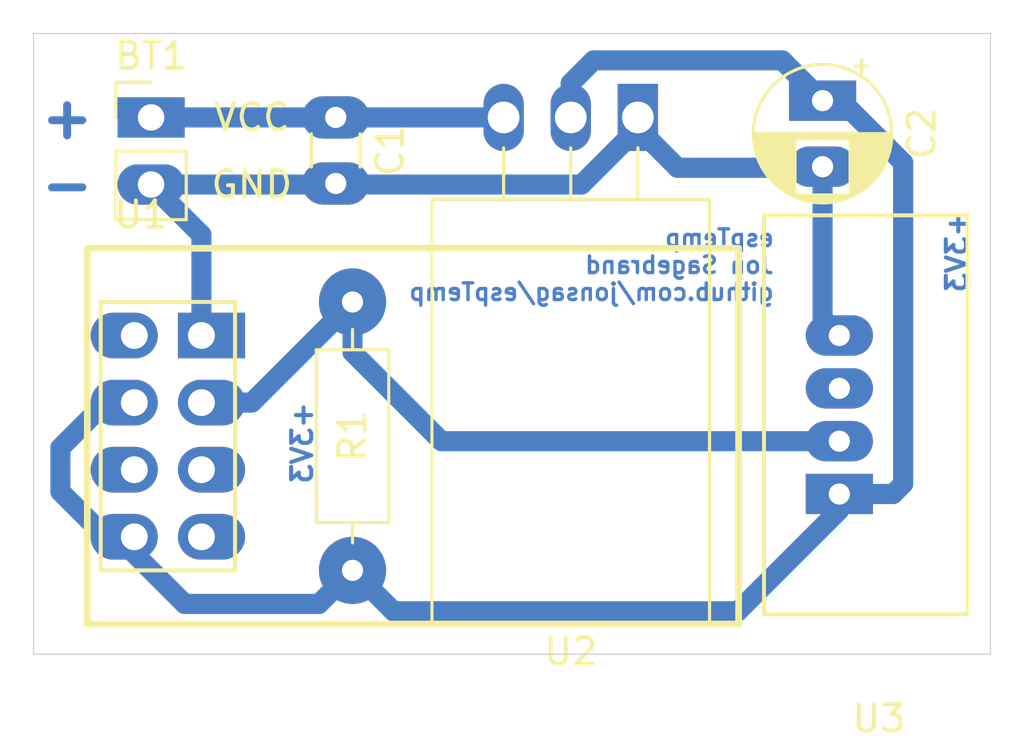
<source format=kicad_pcb>
(kicad_pcb (version 20171130) (host pcbnew 5.1.12-84ad8e8a86~92~ubuntu20.04.1)

  (general
    (thickness 1.6)
    (drawings 9)
    (tracks 37)
    (zones 0)
    (modules 7)
    (nets 10)
  )

  (page A4)
  (layers
    (0 F.Cu signal)
    (31 B.Cu signal)
    (32 B.Adhes user)
    (33 F.Adhes user)
    (34 B.Paste user)
    (35 F.Paste user)
    (36 B.SilkS user)
    (37 F.SilkS user)
    (38 B.Mask user)
    (39 F.Mask user)
    (40 Dwgs.User user)
    (41 Cmts.User user)
    (42 Eco1.User user)
    (43 Eco2.User user)
    (44 Edge.Cuts user)
    (45 Margin user)
    (46 B.CrtYd user)
    (47 F.CrtYd user)
    (48 B.Fab user)
    (49 F.Fab user)
  )

  (setup
    (last_trace_width 0.762)
    (trace_clearance 0.762)
    (zone_clearance 0.508)
    (zone_45_only no)
    (trace_min 0.2)
    (via_size 1.524)
    (via_drill 0.4)
    (via_min_size 0.4)
    (via_min_drill 0.3)
    (uvia_size 1.524)
    (uvia_drill 0.1)
    (uvias_allowed no)
    (uvia_min_size 0.2)
    (uvia_min_drill 0.1)
    (edge_width 0.05)
    (segment_width 0.2)
    (pcb_text_width 0.3)
    (pcb_text_size 1.5 1.5)
    (mod_edge_width 0.12)
    (mod_text_size 1 1)
    (mod_text_width 0.15)
    (pad_size 1.524 1.524)
    (pad_drill 0.762)
    (pad_to_mask_clearance 0)
    (aux_axis_origin 0 0)
    (visible_elements FFFFFF7F)
    (pcbplotparams
      (layerselection 0x010fc_ffffffff)
      (usegerberextensions false)
      (usegerberattributes true)
      (usegerberadvancedattributes true)
      (creategerberjobfile true)
      (excludeedgelayer true)
      (linewidth 0.100000)
      (plotframeref false)
      (viasonmask false)
      (mode 1)
      (useauxorigin false)
      (hpglpennumber 1)
      (hpglpenspeed 20)
      (hpglpendiameter 15.000000)
      (psnegative false)
      (psa4output false)
      (plotreference true)
      (plotvalue true)
      (plotinvisibletext false)
      (padsonsilk false)
      (subtractmaskfromsilk false)
      (outputformat 1)
      (mirror false)
      (drillshape 1)
      (scaleselection 1)
      (outputdirectory ""))
  )

  (net 0 "")
  (net 1 GND)
  (net 2 "Net-(BT1-Pad1)")
  (net 3 +3V3)
  (net 4 "Net-(U1-Pad7)")
  (net 5 "Net-(U1-Pad5)")
  (net 6 "Net-(U1-Pad6)")
  (net 7 "Net-(U3-Pad3)")
  (net 8 GPIO2)
  (net 9 "Net-(U1-Pad2)")

  (net_class Default "This is the default net class."
    (clearance 0.762)
    (trace_width 0.762)
    (via_dia 1.524)
    (via_drill 0.4)
    (uvia_dia 1.524)
    (uvia_drill 0.1)
    (add_net +3V3)
    (add_net GND)
    (add_net GPIO2)
    (add_net "Net-(BT1-Pad1)")
    (add_net "Net-(U1-Pad2)")
    (add_net "Net-(U1-Pad5)")
    (add_net "Net-(U1-Pad6)")
    (add_net "Net-(U1-Pad7)")
    (add_net "Net-(U3-Pad3)")
  )

  (module My_Parts:DHT22,RHT03,CM2303_2mm_large (layer F.Cu) (tedit 61BA69C7) (tstamp 61B94EC9)
    (at 164.465 91.09 180)
    (descr "Temperature and humidity module, http://akizukidenshi.com/download/ds/aosong/DHT11.pdf")
    (tags "Temperature and humidity module")
    (path /61B915F0)
    (fp_text reference U3 (at -1.5 -8.5) (layer F.SilkS)
      (effects (font (size 1 1) (thickness 0.15)))
    )
    (fp_text value DHT22,CM2303 (at 1.5 9) (layer F.Fab) hide
      (effects (font (size 1 1) (thickness 0.15)))
    )
    (fp_text user %R (at 1 -0.27) (layer F.Fab)
      (effects (font (size 1 1) (thickness 0.15)))
    )
    (fp_line (start -4.85 10.55) (end -4.85 -4.55) (layer F.SilkS) (width 0.15))
    (fp_line (start 2.85 10.55) (end -4.85 10.55) (layer F.SilkS) (width 0.15))
    (fp_line (start 2.85 -4.55) (end 2.85 10.55) (layer F.SilkS) (width 0.15))
    (fp_line (start -4.85 -4.55) (end 2.85 -4.55) (layer F.SilkS) (width 0.15))
    (pad 3 thru_hole oval (at 0 4 180) (size 2.54 1.524) (drill 0.8) (layers *.Cu *.Mask)
      (net 7 "Net-(U3-Pad3)"))
    (pad 2 thru_hole oval (at 0 2 180) (size 2.54 1.524) (drill 0.8) (layers *.Cu *.Mask)
      (net 8 GPIO2))
    (pad 4 thru_hole oval (at 0 6 180) (size 2.54 1.524) (drill 0.8) (layers *.Cu *.Mask)
      (net 1 GND))
    (pad 1 thru_hole rect (at 0 0 180) (size 2.54 1.524) (drill 0.8) (layers *.Cu *.Mask)
      (net 3 +3V3))
    (model ${KISYS3DMOD}/Sensor.3dshapes/Aosong_DHT11_5.5x12.0_P2.54mm.wrl
      (at (xyz 0 0 0))
      (scale (xyz 1 1 1))
      (rotate (xyz 0 0 0))
    )
  )

  (module My_Misc:TO-220F-3_Horizontal_TabDown_large (layer F.Cu) (tedit 61BA6A24) (tstamp 61A79591)
    (at 156.845 76.835 180)
    (descr "TO-220F-3, Horizontal, RM 2.54mm, see http://www.st.com/resource/en/datasheet/stp20nm60.pdf")
    (tags "TO-220F-3 Horizontal RM 2.54mm")
    (path /61A79A2B)
    (fp_text reference U2 (at 2.54 -20.22) (layer F.SilkS)
      (effects (font (size 1 1) (thickness 0.15)))
    )
    (fp_text value LD1117S33TR_SOT223 (at 2.54 2) (layer F.Fab) hide
      (effects (font (size 1 1) (thickness 0.15)))
    )
    (fp_text user %R (at 2.54 -20.22) (layer F.Fab)
      (effects (font (size 1 1) (thickness 0.15)))
    )
    (fp_circle (center 2.54 -15.8) (end 4.39 -15.8) (layer F.Fab) (width 0.1))
    (fp_line (start -2.59 -12.42) (end -2.59 -19.1) (layer F.Fab) (width 0.1))
    (fp_line (start -2.59 -19.1) (end 7.67 -19.1) (layer F.Fab) (width 0.1))
    (fp_line (start 7.67 -19.1) (end 7.67 -12.42) (layer F.Fab) (width 0.1))
    (fp_line (start 7.67 -12.42) (end -2.59 -12.42) (layer F.Fab) (width 0.1))
    (fp_line (start -2.59 -3.23) (end -2.59 -12.42) (layer F.Fab) (width 0.1))
    (fp_line (start -2.59 -12.42) (end 7.67 -12.42) (layer F.Fab) (width 0.1))
    (fp_line (start 7.67 -12.42) (end 7.67 -3.23) (layer F.Fab) (width 0.1))
    (fp_line (start 7.67 -3.23) (end -2.59 -3.23) (layer F.Fab) (width 0.1))
    (fp_line (start 0 -3.23) (end 0 0) (layer F.Fab) (width 0.1))
    (fp_line (start 2.54 -3.23) (end 2.54 0) (layer F.Fab) (width 0.1))
    (fp_line (start 5.08 -3.23) (end 5.08 0) (layer F.Fab) (width 0.1))
    (fp_line (start -2.71 -3.11) (end 7.79 -3.11) (layer F.SilkS) (width 0.12))
    (fp_line (start -2.71 -19.22) (end 7.79 -19.22) (layer F.SilkS) (width 0.12))
    (fp_line (start -2.71 -19.22) (end -2.71 -3.11) (layer F.SilkS) (width 0.12))
    (fp_line (start 7.79 -19.22) (end 7.79 -3.11) (layer F.SilkS) (width 0.12))
    (fp_line (start 0 -3.11) (end 0 -1.15) (layer F.SilkS) (width 0.12))
    (fp_line (start 2.54 -3.11) (end 2.54 -1.15) (layer F.SilkS) (width 0.12))
    (fp_line (start 5.08 -3.11) (end 5.08 -1.15) (layer F.SilkS) (width 0.12))
    (fp_line (start -2.84 -19.35) (end -2.84 1.25) (layer F.CrtYd) (width 0.05))
    (fp_line (start -2.84 1.25) (end 7.92 1.25) (layer F.CrtYd) (width 0.05))
    (fp_line (start 7.92 1.25) (end 7.92 -19.35) (layer F.CrtYd) (width 0.05))
    (fp_line (start 7.92 -19.35) (end -2.84 -19.35) (layer F.CrtYd) (width 0.05))
    (pad 3 thru_hole oval (at 5.08 0 180) (size 1.524 2.54) (drill 1.2) (layers *.Cu *.Mask)
      (net 2 "Net-(BT1-Pad1)"))
    (pad 2 thru_hole oval (at 2.54 0 180) (size 1.524 2.54) (drill 1.2) (layers *.Cu *.Mask)
      (net 3 +3V3))
    (pad 1 thru_hole rect (at 0 0 180) (size 1.524 2.54) (drill 1.2) (layers *.Cu *.Mask)
      (net 1 GND))
    (pad "" np_thru_hole oval (at 2.54 -15.8 180) (size 3.5 3.5) (drill 3.5) (layers *.Cu *.Mask))
    (model ${KISYS3DMOD}/Package_TO_SOT_THT.3dshapes/TO-220F-3_Horizontal_TabDown.wrl
      (at (xyz 0 0 0))
      (scale (xyz 1 1 1))
      (rotate (xyz 0 0 0))
    )
  )

  (module My_Arduino:ESP-01_large (layer F.Cu) (tedit 61538F30) (tstamp 61A79574)
    (at 137.795 85.09)
    (descr "Module, ESP-8266, ESP-01, 8 pin")
    (tags "Module ESP-8266 ESP8266")
    (path /61A66C7B)
    (fp_text reference U1 (at 0.254 -4.572) (layer F.SilkS)
      (effects (font (size 1 1) (thickness 0.15)))
    )
    (fp_text value ESP-01 (at 12.192 3.556) (layer F.Fab)
      (effects (font (size 1 1) (thickness 0.15)))
    )
    (fp_line (start 3.81 -1.27) (end 1.27 -1.27) (layer F.SilkS) (width 0.1524))
    (fp_line (start 3.81 8.89) (end 3.81 -1.27) (layer F.SilkS) (width 0.1524))
    (fp_line (start -1.27 8.89) (end 3.81 8.89) (layer F.SilkS) (width 0.1524))
    (fp_line (start -1.27 1.27) (end -1.27 8.89) (layer F.SilkS) (width 0.1524))
    (fp_line (start -1.75 9.4) (end 4.3 9.4) (layer F.CrtYd) (width 0.05))
    (fp_line (start -1.75 -1.75) (end 4.3 -1.75) (layer F.CrtYd) (width 0.05))
    (fp_line (start 4.3 -1.75) (end 4.3 9.4) (layer F.CrtYd) (width 0.05))
    (fp_line (start -1.75 -1.75) (end -1.75 9.4) (layer F.CrtYd) (width 0.05))
    (fp_line (start -1.27 -1.27) (end -1.27 1.27) (layer F.SilkS) (width 0.1524))
    (fp_line (start 1.27 -1.27) (end -1.27 -1.27) (layer F.SilkS) (width 0.1524))
    (fp_line (start -1.778 10.922) (end -1.778 -3.302) (layer F.Fab) (width 0.05))
    (fp_line (start 22.86 10.922) (end -1.778 10.922) (layer F.Fab) (width 0.05))
    (fp_line (start 22.86 -3.302) (end 22.86 10.922) (layer F.Fab) (width 0.05))
    (fp_line (start -1.778 -3.302) (end 22.86 -3.302) (layer F.Fab) (width 0.05))
    (fp_line (start -1.778 10.922) (end -1.778 -3.302) (layer F.SilkS) (width 0.254))
    (fp_line (start 22.86 10.922) (end -1.778 10.922) (layer F.SilkS) (width 0.254))
    (fp_line (start 22.86 -3.302) (end 22.86 10.922) (layer F.SilkS) (width 0.254))
    (fp_line (start -1.778 -3.302) (end 22.86 -3.302) (layer F.SilkS) (width 0.254))
    (pad 7 thru_hole oval (at 2.54 7.62) (size 2.54 1.7272) (drill 1.016 (offset 0.381 0)) (layers *.Cu *.Mask)
      (net 4 "Net-(U1-Pad7)"))
    (pad 8 thru_hole oval (at 0 7.62) (size 2.54 1.7272) (drill 1.016 (offset -0.381 0)) (layers *.Cu *.Mask)
      (net 3 +3V3))
    (pad 5 thru_hole oval (at 2.54 5.08) (size 2.54 1.7272) (drill 1.016 (offset 0.381 0)) (layers *.Cu *.Mask)
      (net 5 "Net-(U1-Pad5)"))
    (pad 6 thru_hole oval (at 0 5.08) (size 2.54 1.7272) (drill 1.016 (offset -0.381 0)) (layers *.Cu *.Mask)
      (net 6 "Net-(U1-Pad6)"))
    (pad 3 thru_hole oval (at 2.54 2.54) (size 2.54 1.7272) (drill 1.016 (offset 0.381 0)) (layers *.Cu *.Mask)
      (net 8 GPIO2))
    (pad 4 thru_hole oval (at 0 2.54) (size 2.54 1.7272) (drill 1.016 (offset -0.381 0)) (layers *.Cu *.Mask)
      (net 3 +3V3))
    (pad 1 thru_hole rect (at 2.54 0) (size 2.54 1.7272) (drill 1.016 (offset 0.381 0)) (layers *.Cu *.Mask)
      (net 1 GND))
    (pad 2 thru_hole oval (at 0 0) (size 2.54 1.7272) (drill 1.016 (offset -0.381 0)) (layers *.Cu *.Mask)
      (net 9 "Net-(U1-Pad2)"))
  )

  (module My_Misc:R_Axial_DIN0207_L6.3mm_D2.5mm_P10.16mm_Horizontal_larger_pads (layer F.Cu) (tedit 603ADAA0) (tstamp 61A79556)
    (at 146.05 93.98 90)
    (descr "Resistor, Axial_DIN0207 series, Axial, Horizontal, pin pitch=10.16mm, 0.25W = 1/4W, length*diameter=6.3*2.5mm^2, http://cdn-reichelt.de/documents/datenblatt/B400/1_4W%23YAG.pdf")
    (tags "Resistor Axial_DIN0207 series Axial Horizontal pin pitch 10.16mm 0.25W = 1/4W length 6.3mm diameter 2.5mm")
    (path /61A88CA5)
    (fp_text reference R1 (at 5.08 0 90) (layer F.SilkS)
      (effects (font (size 1 1) (thickness 0.15)))
    )
    (fp_text value 4.7k (at 5.08 2.37 90) (layer F.Fab) hide
      (effects (font (size 1 1) (thickness 0.15)))
    )
    (fp_text user %R (at 5.08 0 90) (layer F.Fab)
      (effects (font (size 1 1) (thickness 0.15)))
    )
    (fp_line (start 11.21 -1.5) (end -1.05 -1.5) (layer F.CrtYd) (width 0.05))
    (fp_line (start 11.21 1.5) (end 11.21 -1.5) (layer F.CrtYd) (width 0.05))
    (fp_line (start -1.05 1.5) (end 11.21 1.5) (layer F.CrtYd) (width 0.05))
    (fp_line (start -1.05 -1.5) (end -1.05 1.5) (layer F.CrtYd) (width 0.05))
    (fp_line (start 9.12 0) (end 8.35 0) (layer F.SilkS) (width 0.12))
    (fp_line (start 1.04 0) (end 1.81 0) (layer F.SilkS) (width 0.12))
    (fp_line (start 8.35 -1.37) (end 1.81 -1.37) (layer F.SilkS) (width 0.12))
    (fp_line (start 8.35 1.37) (end 8.35 -1.37) (layer F.SilkS) (width 0.12))
    (fp_line (start 1.81 1.37) (end 8.35 1.37) (layer F.SilkS) (width 0.12))
    (fp_line (start 1.81 -1.37) (end 1.81 1.37) (layer F.SilkS) (width 0.12))
    (fp_line (start 10.16 0) (end 8.23 0) (layer F.Fab) (width 0.1))
    (fp_line (start 0 0) (end 1.93 0) (layer F.Fab) (width 0.1))
    (fp_line (start 8.23 -1.25) (end 1.93 -1.25) (layer F.Fab) (width 0.1))
    (fp_line (start 8.23 1.25) (end 8.23 -1.25) (layer F.Fab) (width 0.1))
    (fp_line (start 1.93 1.25) (end 8.23 1.25) (layer F.Fab) (width 0.1))
    (fp_line (start 1.93 -1.25) (end 1.93 1.25) (layer F.Fab) (width 0.1))
    (pad 2 thru_hole circle (at 10.16 0 90) (size 2.54 2.54) (drill 0.8) (layers *.Cu *.Mask)
      (net 8 GPIO2))
    (pad 1 thru_hole circle (at 0 0 90) (size 2.54 2.54) (drill 0.8) (layers *.Cu *.Mask)
      (net 3 +3V3))
    (model ${KISYS3DMOD}/Resistor_THT.3dshapes/R_Axial_DIN0207_L6.3mm_D2.5mm_P10.16mm_Horizontal.wrl
      (at (xyz 0 0 0))
      (scale (xyz 1 1 1))
      (rotate (xyz 0 0 0))
    )
  )

  (module My_Misc:CP_Radial_D5.0mm_P2.50mm_larger_pads (layer F.Cu) (tedit 6021A384) (tstamp 61A7953F)
    (at 163.83 76.2 270)
    (descr "CP, Radial series, Radial, pin pitch=2.50mm, , diameter=5mm, Electrolytic Capacitor")
    (tags "CP Radial series Radial pin pitch 2.50mm  diameter 5mm Electrolytic Capacitor")
    (path /61A7AF7D)
    (fp_text reference C2 (at 1.25 -3.75 90) (layer F.SilkS)
      (effects (font (size 1 1) (thickness 0.15)))
    )
    (fp_text value 10u (at 1.25 3.75 90) (layer F.Fab) hide
      (effects (font (size 1 1) (thickness 0.15)))
    )
    (fp_text user %R (at 1.25 0 90) (layer F.Fab)
      (effects (font (size 1 1) (thickness 0.15)))
    )
    (fp_line (start -1.304775 -1.725) (end -1.304775 -1.225) (layer F.SilkS) (width 0.12))
    (fp_line (start -1.554775 -1.475) (end -1.054775 -1.475) (layer F.SilkS) (width 0.12))
    (fp_line (start 3.851 -0.284) (end 3.851 0.284) (layer F.SilkS) (width 0.12))
    (fp_line (start 3.811 -0.518) (end 3.811 0.518) (layer F.SilkS) (width 0.12))
    (fp_line (start 3.771 -0.677) (end 3.771 0.677) (layer F.SilkS) (width 0.12))
    (fp_line (start 3.731 -0.805) (end 3.731 0.805) (layer F.SilkS) (width 0.12))
    (fp_line (start 3.691 -0.915) (end 3.691 0.915) (layer F.SilkS) (width 0.12))
    (fp_line (start 3.651 -1.011) (end 3.651 1.011) (layer F.SilkS) (width 0.12))
    (fp_line (start 3.611 -1.098) (end 3.611 1.098) (layer F.SilkS) (width 0.12))
    (fp_line (start 3.571 -1.178) (end 3.571 1.178) (layer F.SilkS) (width 0.12))
    (fp_line (start 3.531 1.04) (end 3.531 1.251) (layer F.SilkS) (width 0.12))
    (fp_line (start 3.531 -1.251) (end 3.531 -1.04) (layer F.SilkS) (width 0.12))
    (fp_line (start 3.491 1.04) (end 3.491 1.319) (layer F.SilkS) (width 0.12))
    (fp_line (start 3.491 -1.319) (end 3.491 -1.04) (layer F.SilkS) (width 0.12))
    (fp_line (start 3.451 1.04) (end 3.451 1.383) (layer F.SilkS) (width 0.12))
    (fp_line (start 3.451 -1.383) (end 3.451 -1.04) (layer F.SilkS) (width 0.12))
    (fp_line (start 3.411 1.04) (end 3.411 1.443) (layer F.SilkS) (width 0.12))
    (fp_line (start 3.411 -1.443) (end 3.411 -1.04) (layer F.SilkS) (width 0.12))
    (fp_line (start 3.371 1.04) (end 3.371 1.5) (layer F.SilkS) (width 0.12))
    (fp_line (start 3.371 -1.5) (end 3.371 -1.04) (layer F.SilkS) (width 0.12))
    (fp_line (start 3.331 1.04) (end 3.331 1.554) (layer F.SilkS) (width 0.12))
    (fp_line (start 3.331 -1.554) (end 3.331 -1.04) (layer F.SilkS) (width 0.12))
    (fp_line (start 3.291 1.04) (end 3.291 1.605) (layer F.SilkS) (width 0.12))
    (fp_line (start 3.291 -1.605) (end 3.291 -1.04) (layer F.SilkS) (width 0.12))
    (fp_line (start 3.251 1.04) (end 3.251 1.653) (layer F.SilkS) (width 0.12))
    (fp_line (start 3.251 -1.653) (end 3.251 -1.04) (layer F.SilkS) (width 0.12))
    (fp_line (start 3.211 1.04) (end 3.211 1.699) (layer F.SilkS) (width 0.12))
    (fp_line (start 3.211 -1.699) (end 3.211 -1.04) (layer F.SilkS) (width 0.12))
    (fp_line (start 3.171 1.04) (end 3.171 1.743) (layer F.SilkS) (width 0.12))
    (fp_line (start 3.171 -1.743) (end 3.171 -1.04) (layer F.SilkS) (width 0.12))
    (fp_line (start 3.131 1.04) (end 3.131 1.785) (layer F.SilkS) (width 0.12))
    (fp_line (start 3.131 -1.785) (end 3.131 -1.04) (layer F.SilkS) (width 0.12))
    (fp_line (start 3.091 1.04) (end 3.091 1.826) (layer F.SilkS) (width 0.12))
    (fp_line (start 3.091 -1.826) (end 3.091 -1.04) (layer F.SilkS) (width 0.12))
    (fp_line (start 3.051 1.04) (end 3.051 1.864) (layer F.SilkS) (width 0.12))
    (fp_line (start 3.051 -1.864) (end 3.051 -1.04) (layer F.SilkS) (width 0.12))
    (fp_line (start 3.011 1.04) (end 3.011 1.901) (layer F.SilkS) (width 0.12))
    (fp_line (start 3.011 -1.901) (end 3.011 -1.04) (layer F.SilkS) (width 0.12))
    (fp_line (start 2.971 1.04) (end 2.971 1.937) (layer F.SilkS) (width 0.12))
    (fp_line (start 2.971 -1.937) (end 2.971 -1.04) (layer F.SilkS) (width 0.12))
    (fp_line (start 2.931 1.04) (end 2.931 1.971) (layer F.SilkS) (width 0.12))
    (fp_line (start 2.931 -1.971) (end 2.931 -1.04) (layer F.SilkS) (width 0.12))
    (fp_line (start 2.891 1.04) (end 2.891 2.004) (layer F.SilkS) (width 0.12))
    (fp_line (start 2.891 -2.004) (end 2.891 -1.04) (layer F.SilkS) (width 0.12))
    (fp_line (start 2.851 1.04) (end 2.851 2.035) (layer F.SilkS) (width 0.12))
    (fp_line (start 2.851 -2.035) (end 2.851 -1.04) (layer F.SilkS) (width 0.12))
    (fp_line (start 2.811 1.04) (end 2.811 2.065) (layer F.SilkS) (width 0.12))
    (fp_line (start 2.811 -2.065) (end 2.811 -1.04) (layer F.SilkS) (width 0.12))
    (fp_line (start 2.771 1.04) (end 2.771 2.095) (layer F.SilkS) (width 0.12))
    (fp_line (start 2.771 -2.095) (end 2.771 -1.04) (layer F.SilkS) (width 0.12))
    (fp_line (start 2.731 1.04) (end 2.731 2.122) (layer F.SilkS) (width 0.12))
    (fp_line (start 2.731 -2.122) (end 2.731 -1.04) (layer F.SilkS) (width 0.12))
    (fp_line (start 2.691 1.04) (end 2.691 2.149) (layer F.SilkS) (width 0.12))
    (fp_line (start 2.691 -2.149) (end 2.691 -1.04) (layer F.SilkS) (width 0.12))
    (fp_line (start 2.651 1.04) (end 2.651 2.175) (layer F.SilkS) (width 0.12))
    (fp_line (start 2.651 -2.175) (end 2.651 -1.04) (layer F.SilkS) (width 0.12))
    (fp_line (start 2.611 1.04) (end 2.611 2.2) (layer F.SilkS) (width 0.12))
    (fp_line (start 2.611 -2.2) (end 2.611 -1.04) (layer F.SilkS) (width 0.12))
    (fp_line (start 2.571 1.04) (end 2.571 2.224) (layer F.SilkS) (width 0.12))
    (fp_line (start 2.571 -2.224) (end 2.571 -1.04) (layer F.SilkS) (width 0.12))
    (fp_line (start 2.531 1.04) (end 2.531 2.247) (layer F.SilkS) (width 0.12))
    (fp_line (start 2.531 -2.247) (end 2.531 -1.04) (layer F.SilkS) (width 0.12))
    (fp_line (start 2.491 1.04) (end 2.491 2.268) (layer F.SilkS) (width 0.12))
    (fp_line (start 2.491 -2.268) (end 2.491 -1.04) (layer F.SilkS) (width 0.12))
    (fp_line (start 2.451 1.04) (end 2.451 2.29) (layer F.SilkS) (width 0.12))
    (fp_line (start 2.451 -2.29) (end 2.451 -1.04) (layer F.SilkS) (width 0.12))
    (fp_line (start 2.411 1.04) (end 2.411 2.31) (layer F.SilkS) (width 0.12))
    (fp_line (start 2.411 -2.31) (end 2.411 -1.04) (layer F.SilkS) (width 0.12))
    (fp_line (start 2.371 1.04) (end 2.371 2.329) (layer F.SilkS) (width 0.12))
    (fp_line (start 2.371 -2.329) (end 2.371 -1.04) (layer F.SilkS) (width 0.12))
    (fp_line (start 2.331 1.04) (end 2.331 2.348) (layer F.SilkS) (width 0.12))
    (fp_line (start 2.331 -2.348) (end 2.331 -1.04) (layer F.SilkS) (width 0.12))
    (fp_line (start 2.291 1.04) (end 2.291 2.365) (layer F.SilkS) (width 0.12))
    (fp_line (start 2.291 -2.365) (end 2.291 -1.04) (layer F.SilkS) (width 0.12))
    (fp_line (start 2.251 1.04) (end 2.251 2.382) (layer F.SilkS) (width 0.12))
    (fp_line (start 2.251 -2.382) (end 2.251 -1.04) (layer F.SilkS) (width 0.12))
    (fp_line (start 2.211 1.04) (end 2.211 2.398) (layer F.SilkS) (width 0.12))
    (fp_line (start 2.211 -2.398) (end 2.211 -1.04) (layer F.SilkS) (width 0.12))
    (fp_line (start 2.171 1.04) (end 2.171 2.414) (layer F.SilkS) (width 0.12))
    (fp_line (start 2.171 -2.414) (end 2.171 -1.04) (layer F.SilkS) (width 0.12))
    (fp_line (start 2.131 1.04) (end 2.131 2.428) (layer F.SilkS) (width 0.12))
    (fp_line (start 2.131 -2.428) (end 2.131 -1.04) (layer F.SilkS) (width 0.12))
    (fp_line (start 2.091 1.04) (end 2.091 2.442) (layer F.SilkS) (width 0.12))
    (fp_line (start 2.091 -2.442) (end 2.091 -1.04) (layer F.SilkS) (width 0.12))
    (fp_line (start 2.051 1.04) (end 2.051 2.455) (layer F.SilkS) (width 0.12))
    (fp_line (start 2.051 -2.455) (end 2.051 -1.04) (layer F.SilkS) (width 0.12))
    (fp_line (start 2.011 1.04) (end 2.011 2.468) (layer F.SilkS) (width 0.12))
    (fp_line (start 2.011 -2.468) (end 2.011 -1.04) (layer F.SilkS) (width 0.12))
    (fp_line (start 1.971 1.04) (end 1.971 2.48) (layer F.SilkS) (width 0.12))
    (fp_line (start 1.971 -2.48) (end 1.971 -1.04) (layer F.SilkS) (width 0.12))
    (fp_line (start 1.93 1.04) (end 1.93 2.491) (layer F.SilkS) (width 0.12))
    (fp_line (start 1.93 -2.491) (end 1.93 -1.04) (layer F.SilkS) (width 0.12))
    (fp_line (start 1.89 1.04) (end 1.89 2.501) (layer F.SilkS) (width 0.12))
    (fp_line (start 1.89 -2.501) (end 1.89 -1.04) (layer F.SilkS) (width 0.12))
    (fp_line (start 1.85 1.04) (end 1.85 2.511) (layer F.SilkS) (width 0.12))
    (fp_line (start 1.85 -2.511) (end 1.85 -1.04) (layer F.SilkS) (width 0.12))
    (fp_line (start 1.81 1.04) (end 1.81 2.52) (layer F.SilkS) (width 0.12))
    (fp_line (start 1.81 -2.52) (end 1.81 -1.04) (layer F.SilkS) (width 0.12))
    (fp_line (start 1.77 1.04) (end 1.77 2.528) (layer F.SilkS) (width 0.12))
    (fp_line (start 1.77 -2.528) (end 1.77 -1.04) (layer F.SilkS) (width 0.12))
    (fp_line (start 1.73 1.04) (end 1.73 2.536) (layer F.SilkS) (width 0.12))
    (fp_line (start 1.73 -2.536) (end 1.73 -1.04) (layer F.SilkS) (width 0.12))
    (fp_line (start 1.69 1.04) (end 1.69 2.543) (layer F.SilkS) (width 0.12))
    (fp_line (start 1.69 -2.543) (end 1.69 -1.04) (layer F.SilkS) (width 0.12))
    (fp_line (start 1.65 1.04) (end 1.65 2.55) (layer F.SilkS) (width 0.12))
    (fp_line (start 1.65 -2.55) (end 1.65 -1.04) (layer F.SilkS) (width 0.12))
    (fp_line (start 1.61 1.04) (end 1.61 2.556) (layer F.SilkS) (width 0.12))
    (fp_line (start 1.61 -2.556) (end 1.61 -1.04) (layer F.SilkS) (width 0.12))
    (fp_line (start 1.57 1.04) (end 1.57 2.561) (layer F.SilkS) (width 0.12))
    (fp_line (start 1.57 -2.561) (end 1.57 -1.04) (layer F.SilkS) (width 0.12))
    (fp_line (start 1.53 1.04) (end 1.53 2.565) (layer F.SilkS) (width 0.12))
    (fp_line (start 1.53 -2.565) (end 1.53 -1.04) (layer F.SilkS) (width 0.12))
    (fp_line (start 1.49 1.04) (end 1.49 2.569) (layer F.SilkS) (width 0.12))
    (fp_line (start 1.49 -2.569) (end 1.49 -1.04) (layer F.SilkS) (width 0.12))
    (fp_line (start 1.45 -2.573) (end 1.45 2.573) (layer F.SilkS) (width 0.12))
    (fp_line (start 1.41 -2.576) (end 1.41 2.576) (layer F.SilkS) (width 0.12))
    (fp_line (start 1.37 -2.578) (end 1.37 2.578) (layer F.SilkS) (width 0.12))
    (fp_line (start 1.33 -2.579) (end 1.33 2.579) (layer F.SilkS) (width 0.12))
    (fp_line (start 1.29 -2.58) (end 1.29 2.58) (layer F.SilkS) (width 0.12))
    (fp_line (start 1.25 -2.58) (end 1.25 2.58) (layer F.SilkS) (width 0.12))
    (fp_line (start -0.633605 -1.3375) (end -0.633605 -0.8375) (layer F.Fab) (width 0.1))
    (fp_line (start -0.883605 -1.0875) (end -0.383605 -1.0875) (layer F.Fab) (width 0.1))
    (fp_circle (center 1.25 0) (end 4 0) (layer F.CrtYd) (width 0.05))
    (fp_circle (center 1.25 0) (end 3.87 0) (layer F.SilkS) (width 0.12))
    (fp_circle (center 1.25 0) (end 3.75 0) (layer F.Fab) (width 0.1))
    (pad 2 thru_hole oval (at 2.5 0 270) (size 1.524 2.54) (drill 0.8) (layers *.Cu *.Mask)
      (net 1 GND))
    (pad 1 thru_hole rect (at 0 0 270) (size 1.524 2.54) (drill 0.8) (layers *.Cu *.Mask)
      (net 3 +3V3))
    (model ${KISYS3DMOD}/Capacitor_THT.3dshapes/CP_Radial_D5.0mm_P2.50mm.wrl
      (at (xyz 0 0 0))
      (scale (xyz 1 1 1))
      (rotate (xyz 0 0 0))
    )
  )

  (module My_Misc:C_Disc_D3.0mm_W1.6mm_P2.50mm_larg (layer F.Cu) (tedit 6022DF2D) (tstamp 61A794BB)
    (at 145.415 76.835 270)
    (descr "C, Disc series, Radial, pin pitch=2.50mm, , diameter*width=3.0*1.6mm^2, Capacitor, http://www.vishay.com/docs/45233/krseries.pdf")
    (tags "C Disc series Radial pin pitch 2.50mm  diameter 3.0mm width 1.6mm Capacitor")
    (path /61A7A731)
    (fp_text reference C1 (at 1.25 -2.05 90) (layer F.SilkS)
      (effects (font (size 1 1) (thickness 0.15)))
    )
    (fp_text value 100n (at 1.25 2.05 90) (layer F.Fab)
      (effects (font (size 1 1) (thickness 0.15)))
    )
    (fp_text user %R (at 1.25 0 90) (layer F.Fab)
      (effects (font (size 0.6 0.6) (thickness 0.09)))
    )
    (fp_line (start 3.55 -1.05) (end -1.05 -1.05) (layer F.CrtYd) (width 0.05))
    (fp_line (start 3.55 1.05) (end 3.55 -1.05) (layer F.CrtYd) (width 0.05))
    (fp_line (start -1.05 1.05) (end 3.55 1.05) (layer F.CrtYd) (width 0.05))
    (fp_line (start -1.05 -1.05) (end -1.05 1.05) (layer F.CrtYd) (width 0.05))
    (fp_line (start 0.621 0.92) (end 1.879 0.92) (layer F.SilkS) (width 0.12))
    (fp_line (start 0.621 -0.92) (end 1.879 -0.92) (layer F.SilkS) (width 0.12))
    (fp_line (start 2.75 -0.8) (end -0.25 -0.8) (layer F.Fab) (width 0.1))
    (fp_line (start 2.75 0.8) (end 2.75 -0.8) (layer F.Fab) (width 0.1))
    (fp_line (start -0.25 0.8) (end 2.75 0.8) (layer F.Fab) (width 0.1))
    (fp_line (start -0.25 -0.8) (end -0.25 0.8) (layer F.Fab) (width 0.1))
    (pad 2 thru_hole oval (at 2.5 0 270) (size 1.6 2.54) (drill 0.8) (layers *.Cu *.Mask)
      (net 1 GND))
    (pad 1 thru_hole oval (at 0 0 270) (size 1.6 2.54) (drill 0.8) (layers *.Cu *.Mask)
      (net 2 "Net-(BT1-Pad1)"))
    (model ${KISYS3DMOD}/Capacitor_THT.3dshapes/C_Disc_D3.0mm_W1.6mm_P2.50mm.wrl
      (at (xyz 0 0 0))
      (scale (xyz 1 1 1))
      (rotate (xyz 0 0 0))
    )
  )

  (module My_Headers:2-pin_power_input_header_larger_pads (layer F.Cu) (tedit 60218BFB) (tstamp 61A794AA)
    (at 138.43 76.835)
    (descr "Through hole straight pin header, 1x02, 2.54mm pitch, single row")
    (tags "Through hole pin header THT 1x02 2.54mm single row")
    (path /61A67CA8)
    (fp_text reference BT1 (at 0 -2.33) (layer F.SilkS)
      (effects (font (size 1 1) (thickness 0.15)))
    )
    (fp_text value 3.6V (at 0 4.87) (layer F.Fab) hide
      (effects (font (size 1 1) (thickness 0.15)))
    )
    (fp_text user GND (at 3.81 2.54) (layer F.SilkS)
      (effects (font (size 1 1) (thickness 0.15)))
    )
    (fp_text user VCC (at 3.81 0) (layer F.SilkS)
      (effects (font (size 1 1) (thickness 0.15)))
    )
    (fp_line (start 1.8 -1.8) (end -1.8 -1.8) (layer F.CrtYd) (width 0.05))
    (fp_line (start 1.8 4.35) (end 1.8 -1.8) (layer F.CrtYd) (width 0.05))
    (fp_line (start -1.8 4.35) (end 1.8 4.35) (layer F.CrtYd) (width 0.05))
    (fp_line (start -1.8 -1.8) (end -1.8 4.35) (layer F.CrtYd) (width 0.05))
    (fp_line (start -1.33 -1.33) (end 0 -1.33) (layer F.SilkS) (width 0.12))
    (fp_line (start -1.33 0) (end -1.33 -1.33) (layer F.SilkS) (width 0.12))
    (fp_line (start -1.33 1.27) (end 1.33 1.27) (layer F.SilkS) (width 0.12))
    (fp_line (start 1.33 1.27) (end 1.33 3.87) (layer F.SilkS) (width 0.12))
    (fp_line (start -1.33 1.27) (end -1.33 3.87) (layer F.SilkS) (width 0.12))
    (fp_line (start -1.33 3.87) (end 1.33 3.87) (layer F.SilkS) (width 0.12))
    (fp_line (start -1.27 -0.635) (end -0.635 -1.27) (layer F.Fab) (width 0.1))
    (fp_line (start -1.27 3.81) (end -1.27 -0.635) (layer F.Fab) (width 0.1))
    (fp_line (start 1.27 3.81) (end -1.27 3.81) (layer F.Fab) (width 0.1))
    (fp_line (start 1.27 -1.27) (end 1.27 3.81) (layer F.Fab) (width 0.1))
    (fp_line (start -0.635 -1.27) (end 1.27 -1.27) (layer F.Fab) (width 0.1))
    (pad 2 thru_hole oval (at 0 2.54) (size 2.54 1.524) (drill 1) (layers *.Cu *.Mask)
      (net 1 GND))
    (pad 1 thru_hole rect (at 0 0) (size 2.54 1.524) (drill 1) (layers *.Cu *.Mask)
      (net 2 "Net-(BT1-Pad1)"))
    (model ${KISYS3DMOD}/Connector_PinHeader_2.54mm.3dshapes/PinHeader_1x02_P2.54mm_Vertical.wrl
      (at (xyz 0 0 0))
      (scale (xyz 1 1 1))
      (rotate (xyz 0 0 0))
    )
  )

  (gr_line (start 170.18 97.155) (end 170.18 73.66) (layer Edge.Cuts) (width 0.05) (tstamp 61B90312))
  (gr_line (start 133.985 97.155) (end 170.18 97.155) (layer Edge.Cuts) (width 0.05))
  (gr_line (start 133.985 73.66) (end 133.985 97.155) (layer Edge.Cuts) (width 0.05))
  (gr_line (start 170.18 73.66) (end 133.985 73.66) (layer Edge.Cuts) (width 0.05))
  (gr_text "espTemp\nJon Sagebrand\ngithub.com/jonsag/espTemp" (at 162.052 82.423) (layer B.Cu)
    (effects (font (size 0.635 0.635) (thickness 0.127)) (justify left mirror))
  )
  (gr_text - (at 135.255 79.375) (layer B.Cu)
    (effects (font (size 1.5 1.5) (thickness 0.3)) (justify mirror))
  )
  (gr_text + (at 135.255 76.835) (layer B.Cu)
    (effects (font (size 1.5 1.5) (thickness 0.3)) (justify mirror))
  )
  (gr_text +3V3 (at 144.145 89.154 90) (layer B.Cu) (tstamp 61A92832)
    (effects (font (size 0.762 0.762) (thickness 0.1524)) (justify mirror))
  )
  (gr_text +3V3 (at 168.91 81.915 90) (layer B.Cu)
    (effects (font (size 0.762 0.762) (thickness 0.1524)) (justify mirror))
  )

  (segment (start 138.43 79.375) (end 145.415 79.375) (width 0.762) (layer B.Cu) (net 1))
  (segment (start 154.71309 79.375) (end 156.845 77.24309) (width 0.762) (layer B.Cu) (net 1))
  (segment (start 145.415 79.375) (end 154.71309 79.375) (width 0.762) (layer B.Cu) (net 1))
  (segment (start 156.845 77.24309) (end 158.34191 78.74) (width 0.762) (layer B.Cu) (net 1))
  (segment (start 158.34191 78.74) (end 163.83 78.74) (width 0.762) (layer B.Cu) (net 1))
  (segment (start 163.83 78.74) (end 163.83 84.455) (width 0.762) (layer B.Cu) (net 1))
  (segment (start 163.83 84.455) (end 164.465 85.09) (width 0.762) (layer B.Cu) (net 1))
  (segment (start 140.335 85.09) (end 140.335 81.28) (width 0.762) (layer B.Cu) (net 1))
  (segment (start 140.335 81.28) (end 138.43 79.375) (width 0.762) (layer B.Cu) (net 1))
  (segment (start 138.43 76.835) (end 145.415 76.835) (width 0.762) (layer B.Cu) (net 2))
  (segment (start 145.415 76.835) (end 151.765 76.835) (width 0.762) (layer B.Cu) (net 2))
  (segment (start 155.168599 74.675999) (end 154.305 75.539598) (width 0.762) (layer B.Cu) (net 3))
  (segment (start 162.305999 74.675999) (end 155.168599 74.675999) (width 0.762) (layer B.Cu) (net 3))
  (segment (start 163.83 76.2) (end 162.305999 74.675999) (width 0.762) (layer B.Cu) (net 3))
  (segment (start 154.305 75.539598) (end 154.305 76.835) (width 0.762) (layer B.Cu) (net 3))
  (segment (start 135.00099 89.338835) (end 136.709825 87.63) (width 0.762) (layer B.Cu) (net 3))
  (segment (start 135.00099 91.001165) (end 135.00099 89.338835) (width 0.762) (layer B.Cu) (net 3))
  (segment (start 136.709825 92.71) (end 135.00099 91.001165) (width 0.762) (layer B.Cu) (net 3))
  (segment (start 137.795 92.71) (end 136.709825 92.71) (width 0.762) (layer B.Cu) (net 3))
  (segment (start 136.709825 87.63) (end 137.16 87.63) (width 0.762) (layer B.Cu) (net 3))
  (segment (start 144.780001 95.249999) (end 139.699999 95.249999) (width 0.762) (layer B.Cu) (net 3))
  (segment (start 146.05 93.98) (end 144.780001 95.249999) (width 0.762) (layer B.Cu) (net 3))
  (segment (start 139.699999 95.249999) (end 137.16 92.71) (width 0.762) (layer B.Cu) (net 3))
  (segment (start 147.598001 95.528001) (end 160.630999 95.528001) (width 0.762) (layer B.Cu) (net 3))
  (segment (start 146.05 93.98) (end 147.598001 95.528001) (width 0.762) (layer B.Cu) (net 3))
  (segment (start 160.630999 95.528001) (end 164.465 91.694) (width 0.762) (layer B.Cu) (net 3))
  (segment (start 166.87801 78.54592) (end 164.53209 76.2) (width 0.762) (layer B.Cu) (net 3))
  (segment (start 166.87801 90.70899) (end 166.87801 78.54592) (width 0.762) (layer B.Cu) (net 3))
  (segment (start 166.497 91.09) (end 166.87801 90.70899) (width 0.762) (layer B.Cu) (net 3))
  (segment (start 164.465 91.09) (end 166.497 91.09) (width 0.762) (layer B.Cu) (net 3))
  (segment (start 164.53209 76.2) (end 163.83 76.2) (width 0.762) (layer B.Cu) (net 3))
  (segment (start 146.05 83.82) (end 142.24 87.63) (width 0.762) (layer B.Cu) (net 8))
  (segment (start 142.24 87.63) (end 140.589 87.63) (width 0.762) (layer B.Cu) (net 8))
  (segment (start 140.589 87.63) (end 140.589 87.503) (width 0.762) (layer B.Cu) (net 8))
  (segment (start 164.465 89.09) (end 149.415 89.09) (width 0.762) (layer B.Cu) (net 8))
  (segment (start 149.415 89.09) (end 146.05 85.725) (width 0.762) (layer B.Cu) (net 8))
  (segment (start 146.05 85.725) (end 146.05 83.82) (width 0.762) (layer B.Cu) (net 8))

  (zone (net 1) (net_name GND) (layer B.Cu) (tstamp 0) (hatch edge 0.508)
    (connect_pads (clearance 0.508))
    (min_thickness 0.254)
    (fill (arc_segments 32) (thermal_gap 0.508) (thermal_bridge_width 0.508))
    (polygon
      (pts
        (xy 170.815 97.79) (xy 133.35 97.79) (xy 133.35 73.025) (xy 170.815 73.025)
      )
    )
  )
  (zone (net 0) (net_name "") (layer B.Cu) (tstamp 0) (hatch edge 0.508)
    (connect_pads (clearance 0.508))
    (min_thickness 0.254)
    (fill (arc_segments 32) (thermal_gap 0.508) (thermal_bridge_width 0.508))
    (polygon
      (pts
        (xy 171.45 98.425) (xy 132.715 98.425) (xy 132.715 72.39) (xy 171.45 72.39)
      )
    )
  )
)

</source>
